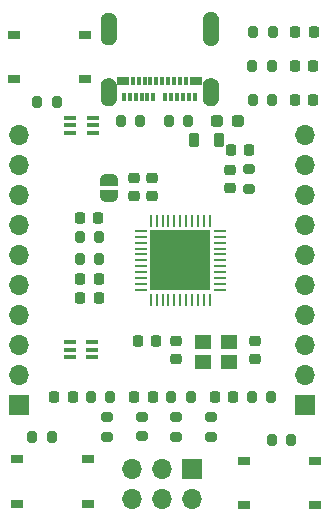
<source format=gbr>
%TF.GenerationSoftware,KiCad,Pcbnew,(6.0.7)*%
%TF.CreationDate,2022-09-02T00:32:44-07:00*%
%TF.ProjectId,HARDWARE_USBC_ISP_Programmer,48415244-5741-4524-955f-555342435f49,rev?*%
%TF.SameCoordinates,Original*%
%TF.FileFunction,Soldermask,Top*%
%TF.FilePolarity,Negative*%
%FSLAX46Y46*%
G04 Gerber Fmt 4.6, Leading zero omitted, Abs format (unit mm)*
G04 Created by KiCad (PCBNEW (6.0.7)) date 2022-09-02 00:32:44*
%MOMM*%
%LPD*%
G01*
G04 APERTURE LIST*
G04 Aperture macros list*
%AMRoundRect*
0 Rectangle with rounded corners*
0 $1 Rounding radius*
0 $2 $3 $4 $5 $6 $7 $8 $9 X,Y pos of 4 corners*
0 Add a 4 corners polygon primitive as box body*
4,1,4,$2,$3,$4,$5,$6,$7,$8,$9,$2,$3,0*
0 Add four circle primitives for the rounded corners*
1,1,$1+$1,$2,$3*
1,1,$1+$1,$4,$5*
1,1,$1+$1,$6,$7*
1,1,$1+$1,$8,$9*
0 Add four rect primitives between the rounded corners*
20,1,$1+$1,$2,$3,$4,$5,0*
20,1,$1+$1,$4,$5,$6,$7,0*
20,1,$1+$1,$6,$7,$8,$9,0*
20,1,$1+$1,$8,$9,$2,$3,0*%
%AMFreePoly0*
4,1,22,0.500000,-0.750000,0.000000,-0.750000,0.000000,-0.745033,-0.079941,-0.743568,-0.215256,-0.701293,-0.333266,-0.622738,-0.424486,-0.514219,-0.481581,-0.384460,-0.499164,-0.250000,-0.500000,-0.250000,-0.500000,0.250000,-0.499164,0.250000,-0.499963,0.256109,-0.478152,0.396186,-0.417904,0.524511,-0.324060,0.630769,-0.204165,0.706417,-0.067858,0.745374,0.000000,0.744959,0.000000,0.750000,
0.500000,0.750000,0.500000,-0.750000,0.500000,-0.750000,$1*%
%AMFreePoly1*
4,1,20,0.000000,0.744959,0.073905,0.744508,0.209726,0.703889,0.328688,0.626782,0.421226,0.519385,0.479903,0.390333,0.500000,0.250000,0.500000,-0.250000,0.499851,-0.262216,0.476331,-0.402017,0.414519,-0.529596,0.319384,-0.634700,0.198574,-0.708877,0.061801,-0.746166,0.000000,-0.745033,0.000000,-0.750000,-0.500000,-0.750000,-0.500000,0.750000,0.000000,0.750000,0.000000,0.744959,
0.000000,0.744959,$1*%
G04 Aperture macros list end*
%ADD10C,0.010000*%
%ADD11RoundRect,0.218750X-0.218750X-0.381250X0.218750X-0.381250X0.218750X0.381250X-0.218750X0.381250X0*%
%ADD12R,1.000000X0.750000*%
%ADD13RoundRect,0.200000X-0.200000X-0.275000X0.200000X-0.275000X0.200000X0.275000X-0.200000X0.275000X0*%
%ADD14RoundRect,0.200000X0.200000X0.275000X-0.200000X0.275000X-0.200000X-0.275000X0.200000X-0.275000X0*%
%ADD15FreePoly0,90.000000*%
%ADD16FreePoly1,90.000000*%
%ADD17RoundRect,0.225000X0.250000X-0.225000X0.250000X0.225000X-0.250000X0.225000X-0.250000X-0.225000X0*%
%ADD18R,1.400000X1.200000*%
%ADD19R,1.700000X1.700000*%
%ADD20O,1.700000X1.700000*%
%ADD21RoundRect,0.062500X-0.475000X-0.062500X0.475000X-0.062500X0.475000X0.062500X-0.475000X0.062500X0*%
%ADD22RoundRect,0.062500X-0.062500X-0.475000X0.062500X-0.475000X0.062500X0.475000X-0.062500X0.475000X0*%
%ADD23R,5.200000X5.200000*%
%ADD24RoundRect,0.200000X0.275000X-0.200000X0.275000X0.200000X-0.275000X0.200000X-0.275000X-0.200000X0*%
%ADD25RoundRect,0.218750X-0.218750X-0.256250X0.218750X-0.256250X0.218750X0.256250X-0.218750X0.256250X0*%
%ADD26RoundRect,0.225000X0.225000X0.250000X-0.225000X0.250000X-0.225000X-0.250000X0.225000X-0.250000X0*%
%ADD27R,0.300000X0.700000*%
%ADD28R,1.000000X0.700000*%
%ADD29RoundRect,0.218750X0.218750X0.256250X-0.218750X0.256250X-0.218750X-0.256250X0.218750X-0.256250X0*%
%ADD30RoundRect,0.200000X-0.275000X0.200000X-0.275000X-0.200000X0.275000X-0.200000X0.275000X0.200000X0*%
%ADD31RoundRect,0.039000X0.491000X0.156000X-0.491000X0.156000X-0.491000X-0.156000X0.491000X-0.156000X0*%
%ADD32RoundRect,0.237500X0.287500X0.237500X-0.287500X0.237500X-0.287500X-0.237500X0.287500X-0.237500X0*%
%ADD33RoundRect,0.225000X-0.250000X0.225000X-0.250000X-0.225000X0.250000X-0.225000X0.250000X0.225000X0*%
%ADD34RoundRect,0.225000X-0.225000X-0.250000X0.225000X-0.250000X0.225000X0.250000X-0.225000X0.250000X0*%
%ADD35RoundRect,0.039000X-0.491000X-0.156000X0.491000X-0.156000X0.491000X0.156000X-0.491000X0.156000X0*%
G04 APERTURE END LIST*
%TO.C,J1*%
G36*
X76754000Y-85302000D02*
G01*
X76789000Y-85306000D01*
X76824000Y-85312000D01*
X76858000Y-85320000D01*
X76892000Y-85329000D01*
X76926000Y-85340000D01*
X76959000Y-85353000D01*
X76991000Y-85368000D01*
X77022000Y-85384000D01*
X77053000Y-85402000D01*
X77082000Y-85422000D01*
X77111000Y-85443000D01*
X77138000Y-85465000D01*
X77164000Y-85489000D01*
X77189000Y-85514000D01*
X77212000Y-85541000D01*
X77234000Y-85568000D01*
X77255000Y-85597000D01*
X77274000Y-85627000D01*
X77291000Y-85658000D01*
X77307000Y-85690000D01*
X77321000Y-85722000D01*
X77334000Y-85755000D01*
X77344000Y-85789000D01*
X77353000Y-85823000D01*
X77360000Y-85858000D01*
X77365000Y-85893000D01*
X77369000Y-85928000D01*
X77370000Y-85963000D01*
X77370000Y-87437000D01*
X77369000Y-87472000D01*
X77365000Y-87507000D01*
X77360000Y-87542000D01*
X77353000Y-87577000D01*
X77344000Y-87611000D01*
X77334000Y-87645000D01*
X77321000Y-87678000D01*
X77307000Y-87710000D01*
X77291000Y-87742000D01*
X77274000Y-87773000D01*
X77255000Y-87803000D01*
X77234000Y-87832000D01*
X77212000Y-87859000D01*
X77189000Y-87886000D01*
X77164000Y-87911000D01*
X77138000Y-87935000D01*
X77111000Y-87957000D01*
X77082000Y-87978000D01*
X77053000Y-87998000D01*
X77022000Y-88016000D01*
X76991000Y-88032000D01*
X76959000Y-88047000D01*
X76926000Y-88060000D01*
X76892000Y-88071000D01*
X76858000Y-88080000D01*
X76824000Y-88088000D01*
X76789000Y-88094000D01*
X76754000Y-88098000D01*
X76720000Y-88100000D01*
X76686000Y-88098000D01*
X76651000Y-88094000D01*
X76616000Y-88088000D01*
X76582000Y-88080000D01*
X76548000Y-88071000D01*
X76514000Y-88060000D01*
X76481000Y-88047000D01*
X76449000Y-88032000D01*
X76418000Y-88016000D01*
X76387000Y-87998000D01*
X76358000Y-87978000D01*
X76329000Y-87957000D01*
X76302000Y-87935000D01*
X76276000Y-87911000D01*
X76251000Y-87886000D01*
X76228000Y-87859000D01*
X76206000Y-87832000D01*
X76185000Y-87803000D01*
X76166000Y-87773000D01*
X76149000Y-87742000D01*
X76133000Y-87710000D01*
X76119000Y-87678000D01*
X76106000Y-87645000D01*
X76096000Y-87611000D01*
X76087000Y-87577000D01*
X76080000Y-87542000D01*
X76075000Y-87507000D01*
X76071000Y-87472000D01*
X76070000Y-87437000D01*
X76070000Y-85963000D01*
X76071000Y-85928000D01*
X76075000Y-85893000D01*
X76080000Y-85858000D01*
X76087000Y-85823000D01*
X76096000Y-85789000D01*
X76106000Y-85755000D01*
X76119000Y-85722000D01*
X76133000Y-85690000D01*
X76149000Y-85658000D01*
X76166000Y-85627000D01*
X76185000Y-85597000D01*
X76206000Y-85568000D01*
X76228000Y-85541000D01*
X76251000Y-85514000D01*
X76276000Y-85489000D01*
X76302000Y-85465000D01*
X76329000Y-85443000D01*
X76358000Y-85422000D01*
X76387000Y-85402000D01*
X76418000Y-85384000D01*
X76449000Y-85368000D01*
X76481000Y-85353000D01*
X76514000Y-85340000D01*
X76548000Y-85329000D01*
X76582000Y-85320000D01*
X76616000Y-85312000D01*
X76651000Y-85306000D01*
X76686000Y-85302000D01*
X76720000Y-85300000D01*
X76754000Y-85302000D01*
G37*
D10*
X76754000Y-85302000D02*
X76789000Y-85306000D01*
X76824000Y-85312000D01*
X76858000Y-85320000D01*
X76892000Y-85329000D01*
X76926000Y-85340000D01*
X76959000Y-85353000D01*
X76991000Y-85368000D01*
X77022000Y-85384000D01*
X77053000Y-85402000D01*
X77082000Y-85422000D01*
X77111000Y-85443000D01*
X77138000Y-85465000D01*
X77164000Y-85489000D01*
X77189000Y-85514000D01*
X77212000Y-85541000D01*
X77234000Y-85568000D01*
X77255000Y-85597000D01*
X77274000Y-85627000D01*
X77291000Y-85658000D01*
X77307000Y-85690000D01*
X77321000Y-85722000D01*
X77334000Y-85755000D01*
X77344000Y-85789000D01*
X77353000Y-85823000D01*
X77360000Y-85858000D01*
X77365000Y-85893000D01*
X77369000Y-85928000D01*
X77370000Y-85963000D01*
X77370000Y-87437000D01*
X77369000Y-87472000D01*
X77365000Y-87507000D01*
X77360000Y-87542000D01*
X77353000Y-87577000D01*
X77344000Y-87611000D01*
X77334000Y-87645000D01*
X77321000Y-87678000D01*
X77307000Y-87710000D01*
X77291000Y-87742000D01*
X77274000Y-87773000D01*
X77255000Y-87803000D01*
X77234000Y-87832000D01*
X77212000Y-87859000D01*
X77189000Y-87886000D01*
X77164000Y-87911000D01*
X77138000Y-87935000D01*
X77111000Y-87957000D01*
X77082000Y-87978000D01*
X77053000Y-87998000D01*
X77022000Y-88016000D01*
X76991000Y-88032000D01*
X76959000Y-88047000D01*
X76926000Y-88060000D01*
X76892000Y-88071000D01*
X76858000Y-88080000D01*
X76824000Y-88088000D01*
X76789000Y-88094000D01*
X76754000Y-88098000D01*
X76720000Y-88100000D01*
X76686000Y-88098000D01*
X76651000Y-88094000D01*
X76616000Y-88088000D01*
X76582000Y-88080000D01*
X76548000Y-88071000D01*
X76514000Y-88060000D01*
X76481000Y-88047000D01*
X76449000Y-88032000D01*
X76418000Y-88016000D01*
X76387000Y-87998000D01*
X76358000Y-87978000D01*
X76329000Y-87957000D01*
X76302000Y-87935000D01*
X76276000Y-87911000D01*
X76251000Y-87886000D01*
X76228000Y-87859000D01*
X76206000Y-87832000D01*
X76185000Y-87803000D01*
X76166000Y-87773000D01*
X76149000Y-87742000D01*
X76133000Y-87710000D01*
X76119000Y-87678000D01*
X76106000Y-87645000D01*
X76096000Y-87611000D01*
X76087000Y-87577000D01*
X76080000Y-87542000D01*
X76075000Y-87507000D01*
X76071000Y-87472000D01*
X76070000Y-87437000D01*
X76070000Y-85963000D01*
X76071000Y-85928000D01*
X76075000Y-85893000D01*
X76080000Y-85858000D01*
X76087000Y-85823000D01*
X76096000Y-85789000D01*
X76106000Y-85755000D01*
X76119000Y-85722000D01*
X76133000Y-85690000D01*
X76149000Y-85658000D01*
X76166000Y-85627000D01*
X76185000Y-85597000D01*
X76206000Y-85568000D01*
X76228000Y-85541000D01*
X76251000Y-85514000D01*
X76276000Y-85489000D01*
X76302000Y-85465000D01*
X76329000Y-85443000D01*
X76358000Y-85422000D01*
X76387000Y-85402000D01*
X76418000Y-85384000D01*
X76449000Y-85368000D01*
X76481000Y-85353000D01*
X76514000Y-85340000D01*
X76548000Y-85329000D01*
X76582000Y-85320000D01*
X76616000Y-85312000D01*
X76651000Y-85306000D01*
X76686000Y-85302000D01*
X76720000Y-85300000D01*
X76754000Y-85302000D01*
G36*
X76789000Y-90911000D02*
G01*
X76821000Y-90914000D01*
X76854000Y-90919000D01*
X76886000Y-90926000D01*
X76917000Y-90934000D01*
X76949000Y-90944000D01*
X76979000Y-90955000D01*
X77009000Y-90968000D01*
X77039000Y-90983000D01*
X77067000Y-90999000D01*
X77095000Y-91016000D01*
X77121000Y-91035000D01*
X77147000Y-91056000D01*
X77172000Y-91078000D01*
X77195000Y-91100000D01*
X77217000Y-91125000D01*
X77238000Y-91150000D01*
X77257000Y-91176000D01*
X77275000Y-91204000D01*
X77292000Y-91232000D01*
X77307000Y-91261000D01*
X77321000Y-91291000D01*
X77333000Y-91321000D01*
X77343000Y-91352000D01*
X77352000Y-91384000D01*
X77359000Y-91416000D01*
X77364000Y-91448000D01*
X77368000Y-91480000D01*
X77370000Y-91510000D01*
X77370000Y-92547000D01*
X77369000Y-92582000D01*
X77365000Y-92617000D01*
X77360000Y-92652000D01*
X77353000Y-92687000D01*
X77344000Y-92721000D01*
X77334000Y-92755000D01*
X77321000Y-92788000D01*
X77307000Y-92820000D01*
X77291000Y-92852000D01*
X77274000Y-92883000D01*
X77255000Y-92913000D01*
X77234000Y-92942000D01*
X77212000Y-92969000D01*
X77189000Y-92996000D01*
X77164000Y-93021000D01*
X77138000Y-93045000D01*
X77111000Y-93067000D01*
X77082000Y-93088000D01*
X77053000Y-93108000D01*
X77022000Y-93126000D01*
X76991000Y-93142000D01*
X76959000Y-93157000D01*
X76926000Y-93170000D01*
X76892000Y-93181000D01*
X76858000Y-93190000D01*
X76824000Y-93198000D01*
X76789000Y-93204000D01*
X76754000Y-93208000D01*
X76720000Y-93210000D01*
X76686000Y-93209000D01*
X76652000Y-93206000D01*
X76618000Y-93202000D01*
X76585000Y-93196000D01*
X76552000Y-93188000D01*
X76519000Y-93178000D01*
X76487000Y-93167000D01*
X76456000Y-93154000D01*
X76425000Y-93139000D01*
X76395000Y-93123000D01*
X76366000Y-93105000D01*
X76338000Y-93086000D01*
X76311000Y-93065000D01*
X76285000Y-93043000D01*
X76260000Y-93020000D01*
X76237000Y-92995000D01*
X76215000Y-92969000D01*
X76194000Y-92942000D01*
X76175000Y-92914000D01*
X76157000Y-92885000D01*
X76141000Y-92855000D01*
X76126000Y-92824000D01*
X76113000Y-92793000D01*
X76102000Y-92761000D01*
X76092000Y-92728000D01*
X76084000Y-92695000D01*
X76078000Y-92662000D01*
X76074000Y-92628000D01*
X76071000Y-92594000D01*
X76070000Y-92560000D01*
X76070000Y-91560000D01*
X76071000Y-91526000D01*
X76074000Y-91492000D01*
X76078000Y-91458000D01*
X76084000Y-91425000D01*
X76092000Y-91392000D01*
X76102000Y-91359000D01*
X76113000Y-91327000D01*
X76126000Y-91296000D01*
X76141000Y-91265000D01*
X76157000Y-91235000D01*
X76175000Y-91206000D01*
X76194000Y-91178000D01*
X76215000Y-91151000D01*
X76237000Y-91125000D01*
X76260000Y-91100000D01*
X76285000Y-91077000D01*
X76311000Y-91055000D01*
X76338000Y-91034000D01*
X76366000Y-91015000D01*
X76395000Y-90997000D01*
X76425000Y-90981000D01*
X76456000Y-90966000D01*
X76487000Y-90953000D01*
X76519000Y-90942000D01*
X76552000Y-90932000D01*
X76585000Y-90924000D01*
X76618000Y-90918000D01*
X76652000Y-90914000D01*
X76686000Y-90911000D01*
X76720000Y-90910000D01*
X76756000Y-90910000D01*
X76789000Y-90911000D01*
G37*
X76789000Y-90911000D02*
X76821000Y-90914000D01*
X76854000Y-90919000D01*
X76886000Y-90926000D01*
X76917000Y-90934000D01*
X76949000Y-90944000D01*
X76979000Y-90955000D01*
X77009000Y-90968000D01*
X77039000Y-90983000D01*
X77067000Y-90999000D01*
X77095000Y-91016000D01*
X77121000Y-91035000D01*
X77147000Y-91056000D01*
X77172000Y-91078000D01*
X77195000Y-91100000D01*
X77217000Y-91125000D01*
X77238000Y-91150000D01*
X77257000Y-91176000D01*
X77275000Y-91204000D01*
X77292000Y-91232000D01*
X77307000Y-91261000D01*
X77321000Y-91291000D01*
X77333000Y-91321000D01*
X77343000Y-91352000D01*
X77352000Y-91384000D01*
X77359000Y-91416000D01*
X77364000Y-91448000D01*
X77368000Y-91480000D01*
X77370000Y-91510000D01*
X77370000Y-92547000D01*
X77369000Y-92582000D01*
X77365000Y-92617000D01*
X77360000Y-92652000D01*
X77353000Y-92687000D01*
X77344000Y-92721000D01*
X77334000Y-92755000D01*
X77321000Y-92788000D01*
X77307000Y-92820000D01*
X77291000Y-92852000D01*
X77274000Y-92883000D01*
X77255000Y-92913000D01*
X77234000Y-92942000D01*
X77212000Y-92969000D01*
X77189000Y-92996000D01*
X77164000Y-93021000D01*
X77138000Y-93045000D01*
X77111000Y-93067000D01*
X77082000Y-93088000D01*
X77053000Y-93108000D01*
X77022000Y-93126000D01*
X76991000Y-93142000D01*
X76959000Y-93157000D01*
X76926000Y-93170000D01*
X76892000Y-93181000D01*
X76858000Y-93190000D01*
X76824000Y-93198000D01*
X76789000Y-93204000D01*
X76754000Y-93208000D01*
X76720000Y-93210000D01*
X76686000Y-93209000D01*
X76652000Y-93206000D01*
X76618000Y-93202000D01*
X76585000Y-93196000D01*
X76552000Y-93188000D01*
X76519000Y-93178000D01*
X76487000Y-93167000D01*
X76456000Y-93154000D01*
X76425000Y-93139000D01*
X76395000Y-93123000D01*
X76366000Y-93105000D01*
X76338000Y-93086000D01*
X76311000Y-93065000D01*
X76285000Y-93043000D01*
X76260000Y-93020000D01*
X76237000Y-92995000D01*
X76215000Y-92969000D01*
X76194000Y-92942000D01*
X76175000Y-92914000D01*
X76157000Y-92885000D01*
X76141000Y-92855000D01*
X76126000Y-92824000D01*
X76113000Y-92793000D01*
X76102000Y-92761000D01*
X76092000Y-92728000D01*
X76084000Y-92695000D01*
X76078000Y-92662000D01*
X76074000Y-92628000D01*
X76071000Y-92594000D01*
X76070000Y-92560000D01*
X76070000Y-91560000D01*
X76071000Y-91526000D01*
X76074000Y-91492000D01*
X76078000Y-91458000D01*
X76084000Y-91425000D01*
X76092000Y-91392000D01*
X76102000Y-91359000D01*
X76113000Y-91327000D01*
X76126000Y-91296000D01*
X76141000Y-91265000D01*
X76157000Y-91235000D01*
X76175000Y-91206000D01*
X76194000Y-91178000D01*
X76215000Y-91151000D01*
X76237000Y-91125000D01*
X76260000Y-91100000D01*
X76285000Y-91077000D01*
X76311000Y-91055000D01*
X76338000Y-91034000D01*
X76366000Y-91015000D01*
X76395000Y-90997000D01*
X76425000Y-90981000D01*
X76456000Y-90966000D01*
X76487000Y-90953000D01*
X76519000Y-90942000D01*
X76552000Y-90932000D01*
X76585000Y-90924000D01*
X76618000Y-90918000D01*
X76652000Y-90914000D01*
X76686000Y-90911000D01*
X76720000Y-90910000D01*
X76756000Y-90910000D01*
X76789000Y-90911000D01*
G36*
X68114000Y-90911000D02*
G01*
X68148000Y-90914000D01*
X68182000Y-90918000D01*
X68215000Y-90924000D01*
X68248000Y-90932000D01*
X68281000Y-90942000D01*
X68313000Y-90953000D01*
X68344000Y-90966000D01*
X68375000Y-90981000D01*
X68405000Y-90997000D01*
X68434000Y-91015000D01*
X68462000Y-91034000D01*
X68489000Y-91055000D01*
X68515000Y-91077000D01*
X68540000Y-91100000D01*
X68563000Y-91125000D01*
X68585000Y-91151000D01*
X68606000Y-91178000D01*
X68625000Y-91206000D01*
X68643000Y-91235000D01*
X68659000Y-91265000D01*
X68674000Y-91296000D01*
X68687000Y-91327000D01*
X68698000Y-91359000D01*
X68708000Y-91392000D01*
X68716000Y-91425000D01*
X68722000Y-91458000D01*
X68726000Y-91492000D01*
X68729000Y-91526000D01*
X68730000Y-91560000D01*
X68730000Y-92560000D01*
X68729000Y-92594000D01*
X68726000Y-92628000D01*
X68722000Y-92662000D01*
X68716000Y-92695000D01*
X68708000Y-92728000D01*
X68698000Y-92761000D01*
X68687000Y-92793000D01*
X68674000Y-92824000D01*
X68659000Y-92855000D01*
X68643000Y-92885000D01*
X68625000Y-92914000D01*
X68606000Y-92942000D01*
X68585000Y-92969000D01*
X68563000Y-92995000D01*
X68540000Y-93020000D01*
X68515000Y-93043000D01*
X68489000Y-93065000D01*
X68462000Y-93086000D01*
X68434000Y-93105000D01*
X68405000Y-93123000D01*
X68375000Y-93139000D01*
X68344000Y-93154000D01*
X68313000Y-93167000D01*
X68281000Y-93178000D01*
X68248000Y-93188000D01*
X68215000Y-93196000D01*
X68182000Y-93202000D01*
X68148000Y-93206000D01*
X68114000Y-93209000D01*
X68080000Y-93210000D01*
X68046000Y-93209000D01*
X68012000Y-93206000D01*
X67978000Y-93202000D01*
X67945000Y-93196000D01*
X67912000Y-93188000D01*
X67879000Y-93178000D01*
X67847000Y-93167000D01*
X67816000Y-93154000D01*
X67785000Y-93139000D01*
X67755000Y-93123000D01*
X67726000Y-93105000D01*
X67698000Y-93086000D01*
X67671000Y-93065000D01*
X67645000Y-93043000D01*
X67620000Y-93020000D01*
X67597000Y-92995000D01*
X67575000Y-92969000D01*
X67554000Y-92942000D01*
X67535000Y-92914000D01*
X67517000Y-92885000D01*
X67501000Y-92855000D01*
X67486000Y-92824000D01*
X67473000Y-92793000D01*
X67462000Y-92761000D01*
X67452000Y-92728000D01*
X67444000Y-92695000D01*
X67438000Y-92662000D01*
X67434000Y-92628000D01*
X67431000Y-92594000D01*
X67430000Y-92560000D01*
X67430000Y-91560000D01*
X67431000Y-91526000D01*
X67434000Y-91492000D01*
X67438000Y-91458000D01*
X67444000Y-91425000D01*
X67452000Y-91392000D01*
X67462000Y-91359000D01*
X67473000Y-91327000D01*
X67486000Y-91296000D01*
X67501000Y-91265000D01*
X67517000Y-91235000D01*
X67535000Y-91206000D01*
X67554000Y-91178000D01*
X67575000Y-91151000D01*
X67597000Y-91125000D01*
X67620000Y-91100000D01*
X67645000Y-91077000D01*
X67671000Y-91055000D01*
X67698000Y-91034000D01*
X67726000Y-91015000D01*
X67755000Y-90997000D01*
X67785000Y-90981000D01*
X67816000Y-90966000D01*
X67847000Y-90953000D01*
X67879000Y-90942000D01*
X67912000Y-90932000D01*
X67945000Y-90924000D01*
X67978000Y-90918000D01*
X68012000Y-90914000D01*
X68046000Y-90911000D01*
X68080000Y-90910000D01*
X68114000Y-90911000D01*
G37*
X68114000Y-90911000D02*
X68148000Y-90914000D01*
X68182000Y-90918000D01*
X68215000Y-90924000D01*
X68248000Y-90932000D01*
X68281000Y-90942000D01*
X68313000Y-90953000D01*
X68344000Y-90966000D01*
X68375000Y-90981000D01*
X68405000Y-90997000D01*
X68434000Y-91015000D01*
X68462000Y-91034000D01*
X68489000Y-91055000D01*
X68515000Y-91077000D01*
X68540000Y-91100000D01*
X68563000Y-91125000D01*
X68585000Y-91151000D01*
X68606000Y-91178000D01*
X68625000Y-91206000D01*
X68643000Y-91235000D01*
X68659000Y-91265000D01*
X68674000Y-91296000D01*
X68687000Y-91327000D01*
X68698000Y-91359000D01*
X68708000Y-91392000D01*
X68716000Y-91425000D01*
X68722000Y-91458000D01*
X68726000Y-91492000D01*
X68729000Y-91526000D01*
X68730000Y-91560000D01*
X68730000Y-92560000D01*
X68729000Y-92594000D01*
X68726000Y-92628000D01*
X68722000Y-92662000D01*
X68716000Y-92695000D01*
X68708000Y-92728000D01*
X68698000Y-92761000D01*
X68687000Y-92793000D01*
X68674000Y-92824000D01*
X68659000Y-92855000D01*
X68643000Y-92885000D01*
X68625000Y-92914000D01*
X68606000Y-92942000D01*
X68585000Y-92969000D01*
X68563000Y-92995000D01*
X68540000Y-93020000D01*
X68515000Y-93043000D01*
X68489000Y-93065000D01*
X68462000Y-93086000D01*
X68434000Y-93105000D01*
X68405000Y-93123000D01*
X68375000Y-93139000D01*
X68344000Y-93154000D01*
X68313000Y-93167000D01*
X68281000Y-93178000D01*
X68248000Y-93188000D01*
X68215000Y-93196000D01*
X68182000Y-93202000D01*
X68148000Y-93206000D01*
X68114000Y-93209000D01*
X68080000Y-93210000D01*
X68046000Y-93209000D01*
X68012000Y-93206000D01*
X67978000Y-93202000D01*
X67945000Y-93196000D01*
X67912000Y-93188000D01*
X67879000Y-93178000D01*
X67847000Y-93167000D01*
X67816000Y-93154000D01*
X67785000Y-93139000D01*
X67755000Y-93123000D01*
X67726000Y-93105000D01*
X67698000Y-93086000D01*
X67671000Y-93065000D01*
X67645000Y-93043000D01*
X67620000Y-93020000D01*
X67597000Y-92995000D01*
X67575000Y-92969000D01*
X67554000Y-92942000D01*
X67535000Y-92914000D01*
X67517000Y-92885000D01*
X67501000Y-92855000D01*
X67486000Y-92824000D01*
X67473000Y-92793000D01*
X67462000Y-92761000D01*
X67452000Y-92728000D01*
X67444000Y-92695000D01*
X67438000Y-92662000D01*
X67434000Y-92628000D01*
X67431000Y-92594000D01*
X67430000Y-92560000D01*
X67430000Y-91560000D01*
X67431000Y-91526000D01*
X67434000Y-91492000D01*
X67438000Y-91458000D01*
X67444000Y-91425000D01*
X67452000Y-91392000D01*
X67462000Y-91359000D01*
X67473000Y-91327000D01*
X67486000Y-91296000D01*
X67501000Y-91265000D01*
X67517000Y-91235000D01*
X67535000Y-91206000D01*
X67554000Y-91178000D01*
X67575000Y-91151000D01*
X67597000Y-91125000D01*
X67620000Y-91100000D01*
X67645000Y-91077000D01*
X67671000Y-91055000D01*
X67698000Y-91034000D01*
X67726000Y-91015000D01*
X67755000Y-90997000D01*
X67785000Y-90981000D01*
X67816000Y-90966000D01*
X67847000Y-90953000D01*
X67879000Y-90942000D01*
X67912000Y-90932000D01*
X67945000Y-90924000D01*
X67978000Y-90918000D01*
X68012000Y-90914000D01*
X68046000Y-90911000D01*
X68080000Y-90910000D01*
X68114000Y-90911000D01*
G36*
X68114000Y-85352000D02*
G01*
X68149000Y-85356000D01*
X68184000Y-85362000D01*
X68218000Y-85370000D01*
X68252000Y-85379000D01*
X68286000Y-85390000D01*
X68319000Y-85403000D01*
X68351000Y-85418000D01*
X68382000Y-85434000D01*
X68413000Y-85452000D01*
X68442000Y-85472000D01*
X68471000Y-85493000D01*
X68498000Y-85515000D01*
X68524000Y-85539000D01*
X68549000Y-85564000D01*
X68572000Y-85591000D01*
X68594000Y-85618000D01*
X68615000Y-85647000D01*
X68634000Y-85677000D01*
X68651000Y-85708000D01*
X68667000Y-85740000D01*
X68681000Y-85772000D01*
X68694000Y-85805000D01*
X68704000Y-85839000D01*
X68713000Y-85873000D01*
X68720000Y-85908000D01*
X68725000Y-85943000D01*
X68729000Y-85978000D01*
X68730000Y-86013000D01*
X68730000Y-87387000D01*
X68729000Y-87422000D01*
X68725000Y-87457000D01*
X68720000Y-87492000D01*
X68713000Y-87527000D01*
X68704000Y-87561000D01*
X68694000Y-87595000D01*
X68681000Y-87628000D01*
X68667000Y-87660000D01*
X68651000Y-87692000D01*
X68634000Y-87723000D01*
X68615000Y-87753000D01*
X68594000Y-87782000D01*
X68572000Y-87809000D01*
X68549000Y-87836000D01*
X68524000Y-87861000D01*
X68498000Y-87885000D01*
X68471000Y-87907000D01*
X68442000Y-87928000D01*
X68413000Y-87948000D01*
X68382000Y-87966000D01*
X68351000Y-87982000D01*
X68319000Y-87997000D01*
X68286000Y-88010000D01*
X68252000Y-88021000D01*
X68218000Y-88030000D01*
X68184000Y-88038000D01*
X68149000Y-88044000D01*
X68114000Y-88048000D01*
X68080000Y-88050000D01*
X68046000Y-88048000D01*
X68011000Y-88044000D01*
X67976000Y-88038000D01*
X67942000Y-88030000D01*
X67908000Y-88021000D01*
X67874000Y-88010000D01*
X67841000Y-87997000D01*
X67809000Y-87982000D01*
X67778000Y-87966000D01*
X67747000Y-87948000D01*
X67718000Y-87928000D01*
X67689000Y-87907000D01*
X67662000Y-87885000D01*
X67636000Y-87861000D01*
X67611000Y-87836000D01*
X67588000Y-87809000D01*
X67566000Y-87782000D01*
X67545000Y-87753000D01*
X67526000Y-87723000D01*
X67509000Y-87692000D01*
X67493000Y-87660000D01*
X67479000Y-87628000D01*
X67466000Y-87595000D01*
X67456000Y-87561000D01*
X67447000Y-87527000D01*
X67440000Y-87492000D01*
X67435000Y-87457000D01*
X67431000Y-87422000D01*
X67430000Y-87387000D01*
X67430000Y-86013000D01*
X67431000Y-85978000D01*
X67435000Y-85943000D01*
X67440000Y-85908000D01*
X67447000Y-85873000D01*
X67456000Y-85839000D01*
X67466000Y-85805000D01*
X67479000Y-85772000D01*
X67493000Y-85740000D01*
X67509000Y-85708000D01*
X67526000Y-85677000D01*
X67545000Y-85647000D01*
X67566000Y-85618000D01*
X67588000Y-85591000D01*
X67611000Y-85564000D01*
X67636000Y-85539000D01*
X67662000Y-85515000D01*
X67689000Y-85493000D01*
X67718000Y-85472000D01*
X67747000Y-85452000D01*
X67778000Y-85434000D01*
X67809000Y-85418000D01*
X67841000Y-85403000D01*
X67874000Y-85390000D01*
X67908000Y-85379000D01*
X67942000Y-85370000D01*
X67976000Y-85362000D01*
X68011000Y-85356000D01*
X68046000Y-85352000D01*
X68080000Y-85350000D01*
X68114000Y-85352000D01*
G37*
X68114000Y-85352000D02*
X68149000Y-85356000D01*
X68184000Y-85362000D01*
X68218000Y-85370000D01*
X68252000Y-85379000D01*
X68286000Y-85390000D01*
X68319000Y-85403000D01*
X68351000Y-85418000D01*
X68382000Y-85434000D01*
X68413000Y-85452000D01*
X68442000Y-85472000D01*
X68471000Y-85493000D01*
X68498000Y-85515000D01*
X68524000Y-85539000D01*
X68549000Y-85564000D01*
X68572000Y-85591000D01*
X68594000Y-85618000D01*
X68615000Y-85647000D01*
X68634000Y-85677000D01*
X68651000Y-85708000D01*
X68667000Y-85740000D01*
X68681000Y-85772000D01*
X68694000Y-85805000D01*
X68704000Y-85839000D01*
X68713000Y-85873000D01*
X68720000Y-85908000D01*
X68725000Y-85943000D01*
X68729000Y-85978000D01*
X68730000Y-86013000D01*
X68730000Y-87387000D01*
X68729000Y-87422000D01*
X68725000Y-87457000D01*
X68720000Y-87492000D01*
X68713000Y-87527000D01*
X68704000Y-87561000D01*
X68694000Y-87595000D01*
X68681000Y-87628000D01*
X68667000Y-87660000D01*
X68651000Y-87692000D01*
X68634000Y-87723000D01*
X68615000Y-87753000D01*
X68594000Y-87782000D01*
X68572000Y-87809000D01*
X68549000Y-87836000D01*
X68524000Y-87861000D01*
X68498000Y-87885000D01*
X68471000Y-87907000D01*
X68442000Y-87928000D01*
X68413000Y-87948000D01*
X68382000Y-87966000D01*
X68351000Y-87982000D01*
X68319000Y-87997000D01*
X68286000Y-88010000D01*
X68252000Y-88021000D01*
X68218000Y-88030000D01*
X68184000Y-88038000D01*
X68149000Y-88044000D01*
X68114000Y-88048000D01*
X68080000Y-88050000D01*
X68046000Y-88048000D01*
X68011000Y-88044000D01*
X67976000Y-88038000D01*
X67942000Y-88030000D01*
X67908000Y-88021000D01*
X67874000Y-88010000D01*
X67841000Y-87997000D01*
X67809000Y-87982000D01*
X67778000Y-87966000D01*
X67747000Y-87948000D01*
X67718000Y-87928000D01*
X67689000Y-87907000D01*
X67662000Y-87885000D01*
X67636000Y-87861000D01*
X67611000Y-87836000D01*
X67588000Y-87809000D01*
X67566000Y-87782000D01*
X67545000Y-87753000D01*
X67526000Y-87723000D01*
X67509000Y-87692000D01*
X67493000Y-87660000D01*
X67479000Y-87628000D01*
X67466000Y-87595000D01*
X67456000Y-87561000D01*
X67447000Y-87527000D01*
X67440000Y-87492000D01*
X67435000Y-87457000D01*
X67431000Y-87422000D01*
X67430000Y-87387000D01*
X67430000Y-86013000D01*
X67431000Y-85978000D01*
X67435000Y-85943000D01*
X67440000Y-85908000D01*
X67447000Y-85873000D01*
X67456000Y-85839000D01*
X67466000Y-85805000D01*
X67479000Y-85772000D01*
X67493000Y-85740000D01*
X67509000Y-85708000D01*
X67526000Y-85677000D01*
X67545000Y-85647000D01*
X67566000Y-85618000D01*
X67588000Y-85591000D01*
X67611000Y-85564000D01*
X67636000Y-85539000D01*
X67662000Y-85515000D01*
X67689000Y-85493000D01*
X67718000Y-85472000D01*
X67747000Y-85452000D01*
X67778000Y-85434000D01*
X67809000Y-85418000D01*
X67841000Y-85403000D01*
X67874000Y-85390000D01*
X67908000Y-85379000D01*
X67942000Y-85370000D01*
X67976000Y-85362000D01*
X68011000Y-85356000D01*
X68046000Y-85352000D01*
X68080000Y-85350000D01*
X68114000Y-85352000D01*
%TD*%
D11*
%TO.C,FB1*%
X75300000Y-96125000D03*
X77425000Y-96125000D03*
%TD*%
D12*
%TO.C,S3*%
X79575000Y-123300000D03*
X85575000Y-123300000D03*
X79575000Y-127050000D03*
X85575000Y-127050000D03*
%TD*%
D13*
%TO.C,R3*%
X61625000Y-121300000D03*
X63275000Y-121300000D03*
%TD*%
D14*
%TO.C,R18*%
X70800000Y-94525000D03*
X69150000Y-94525000D03*
%TD*%
D15*
%TO.C,JP1*%
X68125000Y-100850000D03*
D16*
X68125000Y-99550000D03*
%TD*%
D17*
%TO.C,C4*%
X70250000Y-100875000D03*
X70250000Y-99325000D03*
%TD*%
D18*
%TO.C,Y1*%
X78300000Y-113250000D03*
X76100000Y-113250000D03*
X76100000Y-114950000D03*
X78300000Y-114950000D03*
%TD*%
D13*
%TO.C,R10*%
X80350000Y-86975000D03*
X82000000Y-86975000D03*
%TD*%
D19*
%TO.C,J2*%
X75200000Y-124025000D03*
D20*
X75200000Y-126565000D03*
X72660000Y-124025000D03*
X72660000Y-126565000D03*
X70120000Y-124025000D03*
X70120000Y-126565000D03*
%TD*%
D21*
%TO.C,U1*%
X70837500Y-103825000D03*
X70837500Y-104325000D03*
X70837500Y-104825000D03*
X70837500Y-105325000D03*
X70837500Y-105825000D03*
X70837500Y-106325000D03*
X70837500Y-106825000D03*
X70837500Y-107325000D03*
X70837500Y-107825000D03*
X70837500Y-108325000D03*
X70837500Y-108825000D03*
D22*
X71675000Y-109662500D03*
X72175000Y-109662500D03*
X72675000Y-109662500D03*
X73175000Y-109662500D03*
X73675000Y-109662500D03*
X74175000Y-109662500D03*
X74675000Y-109662500D03*
X75175000Y-109662500D03*
X75675000Y-109662500D03*
X76175000Y-109662500D03*
X76675000Y-109662500D03*
D21*
X77512500Y-108825000D03*
X77512500Y-108325000D03*
X77512500Y-107825000D03*
X77512500Y-107325000D03*
X77512500Y-106825000D03*
X77512500Y-106325000D03*
X77512500Y-105825000D03*
X77512500Y-105325000D03*
X77512500Y-104825000D03*
X77512500Y-104325000D03*
X77512500Y-103825000D03*
D22*
X76675000Y-102987500D03*
X76175000Y-102987500D03*
X75675000Y-102987500D03*
X75175000Y-102987500D03*
X74675000Y-102987500D03*
X74175000Y-102987500D03*
X73675000Y-102987500D03*
X73175000Y-102987500D03*
X72675000Y-102987500D03*
X72175000Y-102987500D03*
X71675000Y-102987500D03*
D23*
X74175000Y-106325000D03*
%TD*%
D13*
%TO.C,R1*%
X65650000Y-106172000D03*
X67300000Y-106172000D03*
%TD*%
D12*
%TO.C,S1*%
X60375000Y-123175000D03*
X66375000Y-123175000D03*
X60375000Y-126925000D03*
X66375000Y-126925000D03*
%TD*%
D17*
%TO.C,C8*%
X73825000Y-114675000D03*
X73825000Y-113125000D03*
%TD*%
D24*
%TO.C,R16*%
X68000000Y-121250000D03*
X68000000Y-119600000D03*
%TD*%
D14*
%TO.C,R11*%
X68250000Y-117925000D03*
X66600000Y-117925000D03*
%TD*%
%TO.C,R5*%
X83575000Y-121525000D03*
X81925000Y-121525000D03*
%TD*%
D25*
%TO.C,D6*%
X63487500Y-117925000D03*
X65062500Y-117925000D03*
%TD*%
D26*
%TO.C,C3*%
X67250000Y-102775000D03*
X65700000Y-102775000D03*
%TD*%
D13*
%TO.C,R2*%
X65650000Y-104350000D03*
X67300000Y-104350000D03*
%TD*%
%TO.C,R8*%
X80300000Y-92775000D03*
X81950000Y-92775000D03*
%TD*%
D17*
%TO.C,C1*%
X78400000Y-100225000D03*
X78400000Y-98675000D03*
%TD*%
D27*
%TO.C,J1*%
X75400000Y-92470000D03*
X74900000Y-92470000D03*
X74400000Y-92470000D03*
X73900000Y-92470000D03*
X73400000Y-92470000D03*
X72900000Y-92470000D03*
X71900000Y-92470000D03*
X71400000Y-92470000D03*
X70900000Y-92470000D03*
X70400000Y-92470000D03*
X69900000Y-92470000D03*
X69400000Y-92470000D03*
D28*
X69300000Y-91170000D03*
D27*
X70150000Y-91170000D03*
X70650000Y-91170000D03*
X71150000Y-91170000D03*
X71650000Y-91170000D03*
X72150000Y-91170000D03*
X72650000Y-91170000D03*
X73150000Y-91170000D03*
X73650000Y-91170000D03*
X74150000Y-91170000D03*
X74650000Y-91170000D03*
D28*
X75500000Y-91170000D03*
%TD*%
D26*
%TO.C,C9*%
X67275000Y-109525000D03*
X65725000Y-109525000D03*
%TD*%
D14*
%TO.C,R9*%
X81875000Y-117925000D03*
X80225000Y-117925000D03*
%TD*%
D25*
%TO.C,D4*%
X77087500Y-117925000D03*
X78662500Y-117925000D03*
%TD*%
D24*
%TO.C,R13*%
X80000000Y-100275000D03*
X80000000Y-98625000D03*
%TD*%
D25*
%TO.C,D2*%
X70250000Y-117925000D03*
X71825000Y-117925000D03*
%TD*%
D29*
%TO.C,D5*%
X85475000Y-86975000D03*
X83900000Y-86975000D03*
%TD*%
D30*
%TO.C,R17*%
X70950000Y-119575000D03*
X70950000Y-121225000D03*
%TD*%
D14*
%TO.C,R7*%
X75050000Y-117925000D03*
X73400000Y-117925000D03*
%TD*%
D31*
%TO.C,U3*%
X66685000Y-114536774D03*
X66685000Y-113886774D03*
X66685000Y-113236774D03*
X64815000Y-113236774D03*
X64815000Y-113886774D03*
X64815000Y-114536774D03*
%TD*%
D19*
%TO.C,J3*%
X60550000Y-118585000D03*
D20*
X60550000Y-116045000D03*
X60550000Y-113505000D03*
X60550000Y-110965000D03*
X60550000Y-108425000D03*
X60550000Y-105885000D03*
X60550000Y-103345000D03*
X60550000Y-100805000D03*
X60550000Y-98265000D03*
X60550000Y-95725000D03*
%TD*%
D32*
%TO.C,F1*%
X79075000Y-94500000D03*
X77325000Y-94500000D03*
%TD*%
D12*
%TO.C,S2*%
X60075000Y-87250000D03*
X66075000Y-87250000D03*
X60075000Y-91000000D03*
X66075000Y-91000000D03*
%TD*%
D30*
%TO.C,R12*%
X76750000Y-119600000D03*
X76750000Y-121250000D03*
%TD*%
D26*
%TO.C,C10*%
X67275000Y-107900000D03*
X65725000Y-107900000D03*
%TD*%
D33*
%TO.C,C7*%
X80500000Y-113150000D03*
X80500000Y-114700000D03*
%TD*%
D34*
%TO.C,C2*%
X70575000Y-113125000D03*
X72125000Y-113125000D03*
%TD*%
D13*
%TO.C,R6*%
X80275000Y-89875000D03*
X81925000Y-89875000D03*
%TD*%
D35*
%TO.C,U2*%
X64880000Y-94250000D03*
X64880000Y-94900000D03*
X64880000Y-95550000D03*
X66750000Y-95550000D03*
X66750000Y-94900000D03*
X66750000Y-94250000D03*
%TD*%
D17*
%TO.C,C5*%
X71800000Y-100875000D03*
X71800000Y-99325000D03*
%TD*%
D13*
%TO.C,R14*%
X73200000Y-94500000D03*
X74850000Y-94500000D03*
%TD*%
D29*
%TO.C,D1*%
X85450000Y-89850000D03*
X83875000Y-89850000D03*
%TD*%
%TO.C,D3*%
X85425000Y-92750000D03*
X83850000Y-92750000D03*
%TD*%
D34*
%TO.C,C6*%
X78475000Y-97025000D03*
X80025000Y-97025000D03*
%TD*%
D30*
%TO.C,R15*%
X73850000Y-119600000D03*
X73850000Y-121250000D03*
%TD*%
D19*
%TO.C,J4*%
X84725000Y-118610000D03*
D20*
X84725000Y-116070000D03*
X84725000Y-113530000D03*
X84725000Y-110990000D03*
X84725000Y-108450000D03*
X84725000Y-105910000D03*
X84725000Y-103370000D03*
X84725000Y-100830000D03*
X84725000Y-98290000D03*
X84725000Y-95750000D03*
%TD*%
D14*
%TO.C,R4*%
X63725000Y-92925000D03*
X62075000Y-92925000D03*
%TD*%
M02*

</source>
